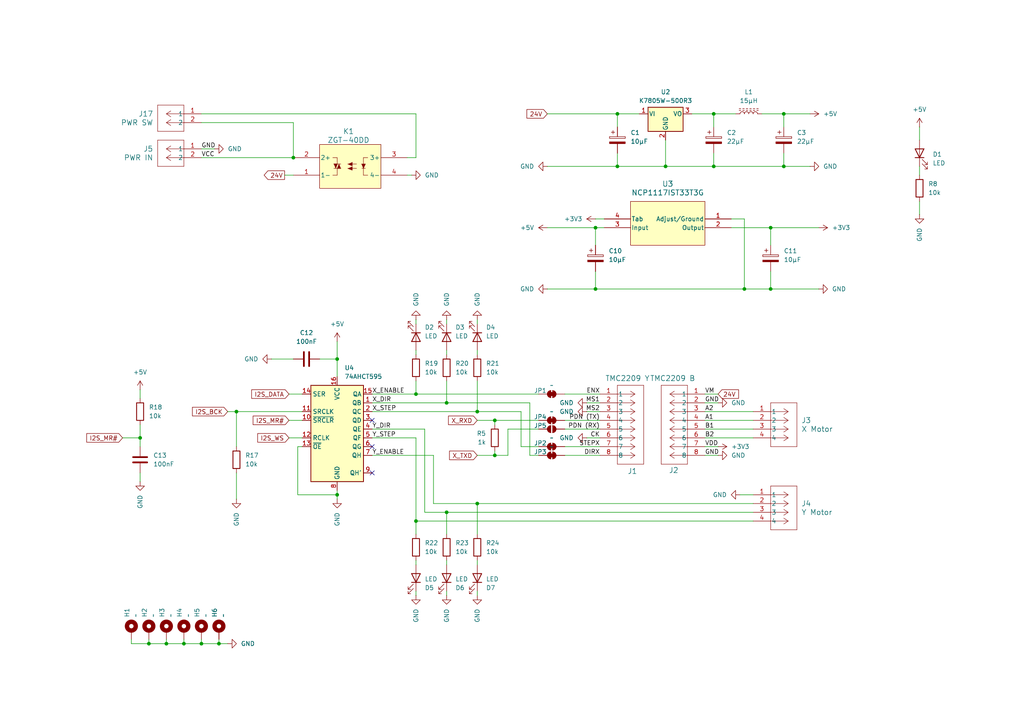
<source format=kicad_sch>
(kicad_sch (version 20250114) (generator "eeschema") (generator_version "9.0")
  (paper "A4")
  (lib_symbols
    (symbol "74xx:74AHCT595"
      (property "Reference" "U" (at -7.62 13.97 0))
      (property "Value" "74AHCT595" (at -7.62 -16.51 0))
      (symbol "74AHCT595_1_0"
        (pin input line (at -10.16 10.16 0) (length 2.54) (name "SER") (number "14"))
        (pin input line (at -10.16 5.08 0) (length 2.54) (name "SRCLK") (number "11"))
        (pin input line (at -10.16 2.54 0) (length 2.54) (name "~{SRCLR}") (number "10"))
        (pin input line (at -10.16 -2.54 0) (length 2.54) (name "RCLK") (number "12"))
        (pin input line (at -10.16 -5.08 0) (length 2.54) (name "~{OE}") (number "13"))
        (pin power_in line (at 0 15.24 270) (length 2.54) (name "VCC") (number "16"))
        (pin power_in line (at 0 -17.78 90) (length 2.54) (name "GND") (number "8"))
        (pin tri_state line (at 10.16 10.16 180) (length 2.54) (name "QA") (number "15"))
        (pin tri_state line (at 10.16 7.62 180) (length 2.54) (name "QB") (number "1"))
        (pin tri_state line (at 10.16 5.08 180) (length 2.54) (name "QC") (number "2"))
        (pin tri_state line (at 10.16 2.54 180) (length 2.54) (name "QD") (number "3"))
        (pin tri_state line (at 10.16 0 180) (length 2.54) (name "QE") (number "4"))
        (pin tri_state line (at 10.16 -2.54 180) (length 2.54) (name "QF") (number "5"))
        (pin tri_state line (at 10.16 -5.08 180) (length 2.54) (name "QG") (number "6"))
        (pin tri_state line (at 10.16 -7.62 180) (length 2.54) (name "QH") (number "7"))
        (pin output line (at 10.16 -12.7 180) (length 2.54) (name "QH'") (number "9"))
      )
    )
    (symbol "Device:C" (pin_numbers (hide yes)) (pin_names (offset 0.254))
      (property "Reference" "C" (at 0.635 2.54 0))
      (property "Value" "C" (at 0.635 -2.54 0))
      (symbol "C_1_1"
        (pin passive line (at 0 3.81 270) (length 2.794) (name "~") (number "1"))
        (pin passive line (at 0 -3.81 90) (length 2.794) (name "~") (number "2"))
      )
    )
    (symbol "Device:C_Polarized" (pin_numbers (hide yes)) (pin_names (offset 0.254))
      (property "Reference" "C" (at 0.635 2.54 0))
      (property "Value" "C_Polarized" (at 0.635 -2.54 0))
      (symbol "C_Polarized_1_1"
        (pin passive line (at 0 3.81 270) (length 2.794) (name "~") (number "1"))
        (pin passive line (at 0 -3.81 90) (length 2.794) (name "~") (number "2"))
      )
    )
    (symbol "Device:LED" (pin_numbers (hide yes)) (pin_names (offset 1.016) (hide yes))
      (property "Reference" "D" (at 0 2.54 0))
      (property "Value" "LED" (at 0 -2.54 0))
      (symbol "LED_1_1"
        (pin passive line (at -3.81 0 0) (length 2.54) (name "K") (number "1"))
        (pin passive line (at 3.81 0 180) (length 2.54) (name "A") (number "2"))
      )
    )
    (symbol "Device:L_Ferrite" (pin_numbers (hide yes)) (pin_names (offset 1.016) (hide yes))
      (property "Reference" "L" (at -1.27 0 90))
      (property "Value" "L_Ferrite" (at 2.794 0 90))
      (symbol "L_Ferrite_1_1"
        (pin passive line (at 0 3.81 270) (length 1.27) (name "1") (number "1"))
        (pin passive line (at 0 -3.81 90) (length 1.27) (name "2") (number "2"))
      )
    )
    (symbol "Device:R" (pin_numbers (hide yes)) (pin_names (offset 0))
      (property "Reference" "R" (at 2.032 0 90))
      (property "Value" "R" (at 0 0 90))
      (symbol "R_1_1"
        (pin passive line (at 0 3.81 270) (length 1.27) (name "~") (number "1"))
        (pin passive line (at 0 -3.81 90) (length 1.27) (name "~") (number "2"))
      )
    )
    (symbol "HDR-08POS:PPPC081LFBN-RC" (pin_names (offset 0.254))
      (property "Reference" "J" (at 8.89 6.35 0))
      (property "Value" "PPPC081LFBN-RC" (at 0 0 0))
      (symbol "PPPC081LFBN-RC_0_1"
        (pin unspecified line (at 0 0 0) (length 5.08) (name "1") (number "1"))
        (pin unspecified line (at 0 -2.54 0) (length 5.08) (name "2") (number "2"))
        (pin unspecified line (at 0 -5.08 0) (length 5.08) (name "3") (number "3"))
        (pin unspecified line (at 0 -7.62 0) (length 5.08) (name "4") (number "4"))
        (pin unspecified line (at 0 -10.16 0) (length 5.08) (name "5") (number "5"))
        (pin unspecified line (at 0 -12.7 0) (length 5.08) (name "6") (number "6"))
        (pin unspecified line (at 0 -15.24 0) (length 5.08) (name "7") (number "7"))
        (pin unspecified line (at 0 -17.78 0) (length 5.08) (name "8") (number "8"))
      )
    )
    (symbol "JST-XH-2A:B2B-XH-A" (pin_names (offset 0.254))
      (property "Reference" "J" (at 8.89 6.35 0))
      (property "Value" "B2B-XH-A" (at 0 0 0))
      (symbol "B2B-XH-A_1_1"
        (pin unspecified line (at 0 0 0) (length 5.08) (name "1") (number "1"))
        (pin unspecified line (at 0 -2.54 0) (length 5.08) (name "2") (number "2"))
      )
      (symbol "B2B-XH-A_1_2"
        (pin unspecified line (at 0 0 0) (length 5.08) (name "1") (number "1"))
        (pin unspecified line (at 0 -2.54 0) (length 5.08) (name "2") (number "2"))
      )
    )
    (symbol "JST-XH-4A:B4B-XH-A" (pin_names (offset 0.254))
      (property "Reference" "J" (at 8.89 6.35 0))
      (property "Value" "B4B-XH-A" (at 0 0 0))
      (symbol "B4B-XH-A_1_1"
        (pin unspecified line (at 0 0 0) (length 5.08) (name "1") (number "1"))
        (pin unspecified line (at 0 -2.54 0) (length 5.08) (name "2") (number "2"))
        (pin unspecified line (at 0 -5.08 0) (length 5.08) (name "3") (number "3"))
        (pin unspecified line (at 0 -7.62 0) (length 5.08) (name "4") (number "4"))
      )
      (symbol "B4B-XH-A_1_2"
        (pin unspecified line (at 0 0 0) (length 5.08) (name "1") (number "1"))
        (pin unspecified line (at 0 -2.54 0) (length 5.08) (name "2") (number "2"))
        (pin unspecified line (at 0 -5.08 0) (length 5.08) (name "3") (number "3"))
        (pin unspecified line (at 0 -7.62 0) (length 5.08) (name "4") (number "4"))
      )
    )
    (symbol "Jumper:SolderJumper_2_Bridged" (pin_numbers (hide yes)) (pin_names (offset 0) (hide yes)) (in_bom no)
      (property "Reference" "JP" (at 0 2.032 0))
      (property "Value" "SolderJumper_2_Bridged" (at 0 -2.54 0))
      (symbol "SolderJumper_2_Bridged_1_1"
        (pin passive line (at -3.81 0 0) (length 2.54) (name "A") (number "1"))
        (pin passive line (at 3.81 0 180) (length 2.54) (name "B") (number "2"))
      )
    )
    (symbol "Jumper:SolderJumper_2_Open" (pin_numbers (hide yes)) (pin_names (offset 0) (hide yes)) (in_bom no)
      (property "Reference" "JP" (at 0 2.032 0))
      (property "Value" "SolderJumper_2_Open" (at 0 -2.54 0))
      (symbol "SolderJumper_2_Open_1_1"
        (pin passive line (at -3.81 0 0) (length 2.54) (name "A") (number "1"))
        (pin passive line (at 3.81 0 180) (length 2.54) (name "B") (number "2"))
      )
    )
    (symbol "LED_1" (pin_numbers (hide yes)) (pin_names (offset 1.016) (hide yes))
      (property "Reference" "D" (at 0 2.54 0))
      (property "Value" "LED" (at 0 -2.54 0))
      (symbol "LED_1_1_1"
        (pin passive line (at -3.81 0 0) (length 2.54) (name "K") (number "1"))
        (pin passive line (at 3.81 0 180) (length 2.54) (name "A") (number "2"))
      )
    )
    (symbol "Mechanical:MountingHole_Pad" (pin_numbers (hide yes)) (pin_names (offset 1.016) (hide yes)) (in_bom no)
      (property "Reference" "H" (at 0 6.35 0))
      (property "Value" "MountingHole_Pad" (at 0 4.445 0))
      (symbol "MountingHole_Pad_1_1"
        (pin input line (at 0 -2.54 90) (length 2.54) (name "1") (number "1"))
      )
    )
    (symbol "NCP1117IST33T3G:NCP1117IST33T3G" (pin_names (offset 0.254))
      (property "Reference" "U" (at 18.542 10.16 0))
      (property "Value" "NCP1117IST33T3G" (at 18.542 7.62 0))
      (symbol "NCP1117IST33T3G_0_1"
        (pin unspecified line (at 0 0 0) (length 7.62) (name "Adjust/Ground") (number "1"))
        (pin output line (at 0 -2.54 0) (length 7.62) (name "Output") (number "2"))
        (pin unspecified line (at 36.83 0 180) (length 7.62) (name "Tab") (number "4"))
        (pin input line (at 36.83 -2.54 180) (length 7.62) (name "Input") (number "3"))
      )
    )
    (symbol "Regulator_Linear:LM7805_TO220" (pin_names (offset 0.254))
      (property "Reference" "U" (at -3.81 3.175 0))
      (property "Value" "LM7805_TO220" (at 0 3.175 0))
      (symbol "LM7805_TO220_1_1"
        (pin power_in line (at -7.62 0 0) (length 2.54) (name "VI") (number "1"))
        (pin power_in line (at 0 -7.62 90) (length 2.54) (name "GND") (number "2"))
        (pin power_out line (at 7.62 0 180) (length 2.54) (name "VO") (number "3"))
      )
    )
    (symbol "SSR-DCDC-40A:SSRDCDC" (pin_names (offset 0.254))
      (property "Reference" "K" (at 16.51 8.636 0))
      (property "Value" "ZGT-40DD" (at 16.256 5.842 0))
      (symbol "SSRDCDC_1_0"
        (pin unspecified line (at 0 0 0) (length 7.62) (name "2+") (number "2"))
        (pin unspecified line (at 0 -5.08 0) (length 7.62) (name "1-") (number "1"))
        (pin unspecified line (at 33.02 0 180) (length 7.62) (name "3+") (number "3"))
        (pin unspecified line (at 33.02 -5.08 180) (length 7.62) (name "4-") (number "4"))
      )
    )
    (symbol "power:GND" (power) (pin_numbers (hide yes)) (pin_names (offset 0) (hide yes))
      (property "Value" "GND" (at 0 -3.81 0))
      (symbol "GND_1_1"
        (pin power_in line (at 0 0 270) (length 0) (name "~") (number "1"))
      )
    )
    (symbol "power:VCC" (power) (pin_numbers (hide yes)) (pin_names (offset 0) (hide yes))
      (property "Value" "VCC" (at 0 3.556 0))
      (symbol "VCC_1_1"
        (pin power_in line (at 0 0 90) (length 0) (name "~") (number "1"))
      )
    )
  )
  (junction (at 97.79 104.14))
  (junction (at 138.43 146.05))
  (junction (at 227.33 48.26))
  (junction (at 223.52 83.82))
  (junction (at 43.18 186.69))
  (junction (at 63.5 186.69))
  (junction (at 97.79 143.51))
  (junction (at 138.43 119.38))
  (junction (at 207.01 48.26))
  (junction (at 179.07 33.02))
  (junction (at 68.58 119.38))
  (junction (at 172.72 66.04))
  (junction (at 40.64 127))
  (junction (at 207.01 33.02))
  (junction (at 85.09 45.72))
  (junction (at 53.34 186.69))
  (junction (at 58.42 186.69))
  (junction (at 120.65 114.3))
  (junction (at 120.65 151.13))
  (junction (at 223.52 66.04))
  (junction (at 227.33 33.02))
  (junction (at 129.54 148.59))
  (junction (at 129.54 116.84))
  (junction (at 193.04 48.26))
  (junction (at 172.72 83.82))
  (junction (at 143.51 132.08))
  (junction (at 143.51 121.92))
  (junction (at 48.26 186.69))
  (junction (at 179.07 48.26))
  (junction (at 215.9 83.82))
  (no_connect (at 107.95 137.16))
  (no_connect (at 107.95 121.92))
  (no_connect (at 107.95 129.54))
  (wire (pts (xy 125.73 146.05) (xy 138.43 146.05)))
  (wire (pts (xy 173.99 124.46) (xy 163.83 124.46)))
  (wire (pts (xy 208.28 132.08) (xy 204.47 132.08)))
  (wire (pts (xy 48.26 186.69) (xy 48.26 185.42)))
  (wire (pts (xy 58.42 186.69) (xy 58.42 185.42)))
  (wire (pts (xy 173.99 121.92) (xy 163.83 121.92)))
  (wire (pts (xy 200.66 33.02) (xy 207.01 33.02)))
  (wire (pts (xy 266.7 48.26) (xy 266.7 50.8)))
  (wire (pts (xy 118.11 50.8) (xy 119.38 50.8)))
  (wire (pts (xy 58.42 43.18) (xy 62.23 43.18)))
  (wire (pts (xy 151.13 129.54) (xy 151.13 119.38)))
  (wire (pts (xy 223.52 78.74) (xy 223.52 83.82)))
  (wire (pts (xy 97.79 99.06) (xy 97.79 104.14)))
  (wire (pts (xy 78.74 104.14) (xy 85.09 104.14)))
  (wire (pts (xy 53.34 186.69) (xy 53.34 185.42)))
  (wire (pts (xy 58.42 33.02) (xy 120.65 33.02)))
  (wire (pts (xy 68.58 119.38) (xy 87.63 119.38)))
  (wire (pts (xy 138.43 146.05) (xy 218.44 146.05)))
  (wire (pts (xy 125.73 132.08) (xy 125.73 146.05)))
  (wire (pts (xy 218.44 143.51) (xy 214.63 143.51)))
  (wire (pts (xy 120.65 114.3) (xy 156.21 114.3)))
  (wire (pts (xy 129.54 148.59) (xy 218.44 148.59)))
  (wire (pts (xy 156.21 121.92) (xy 143.51 121.92)))
  (wire (pts (xy 218.44 121.92) (xy 204.47 121.92)))
  (wire (pts (xy 120.65 127) (xy 120.65 151.13)))
  (wire (pts (xy 172.72 66.04) (xy 172.72 71.12)))
  (wire (pts (xy 153.67 116.84) (xy 129.54 116.84)))
  (wire (pts (xy 173.99 132.08) (xy 163.83 132.08)))
  (wire (pts (xy 179.07 33.02) (xy 179.07 36.83)))
  (wire (pts (xy 120.65 45.72) (xy 118.11 45.72)))
  (wire (pts (xy 120.65 162.56) (xy 120.65 163.83)))
  (wire (pts (xy 123.19 148.59) (xy 129.54 148.59)))
  (wire (pts (xy 138.43 110.49) (xy 138.43 119.38)))
  (wire (pts (xy 223.52 66.04) (xy 223.52 71.12)))
  (wire (pts (xy 107.95 124.46) (xy 123.19 124.46)))
  (wire (pts (xy 143.51 132.08) (xy 143.51 130.81)))
  (wire (pts (xy 172.72 63.5) (xy 175.26 63.5)))
  (wire (pts (xy 173.99 119.38) (xy 170.18 119.38)))
  (wire (pts (xy 38.1 186.69) (xy 43.18 186.69)))
  (wire (pts (xy 40.64 137.16) (xy 40.64 139.7)))
  (wire (pts (xy 138.43 121.92) (xy 143.51 121.92)))
  (wire (pts (xy 107.95 114.3) (xy 120.65 114.3)))
  (wire (pts (xy 83.82 127) (xy 87.63 127)))
  (wire (pts (xy 223.52 83.82) (xy 237.49 83.82)))
  (wire (pts (xy 173.99 116.84) (xy 170.18 116.84)))
  (wire (pts (xy 138.43 146.05) (xy 138.43 154.94)))
  (wire (pts (xy 218.44 119.38) (xy 204.47 119.38)))
  (wire (pts (xy 147.32 124.46) (xy 147.32 132.08)))
  (wire (pts (xy 68.58 119.38) (xy 68.58 129.54)))
  (wire (pts (xy 212.09 63.5) (xy 215.9 63.5)))
  (wire (pts (xy 172.72 78.74) (xy 172.72 83.82)))
  (wire (pts (xy 48.26 186.69) (xy 53.34 186.69)))
  (wire (pts (xy 120.65 151.13) (xy 120.65 154.94)))
  (wire (pts (xy 143.51 121.92) (xy 143.51 123.19)))
  (wire (pts (xy 173.99 127) (xy 170.18 127)))
  (wire (pts (xy 208.28 116.84) (xy 204.47 116.84)))
  (wire (pts (xy 227.33 33.02) (xy 234.95 33.02)))
  (wire (pts (xy 123.19 124.46) (xy 123.19 148.59)))
  (wire (pts (xy 129.54 101.6) (xy 129.54 102.87)))
  (wire (pts (xy 86.36 143.51) (xy 97.79 143.51)))
  (wire (pts (xy 68.58 137.16) (xy 68.58 144.78)))
  (wire (pts (xy 85.09 45.72) (xy 85.09 35.56)))
  (wire (pts (xy 193.04 48.26) (xy 207.01 48.26)))
  (wire (pts (xy 120.65 151.13) (xy 218.44 151.13)))
  (wire (pts (xy 138.43 92.71) (xy 138.43 93.98)))
  (wire (pts (xy 35.56 127) (xy 40.64 127)))
  (wire (pts (xy 40.64 127) (xy 40.64 129.54)))
  (wire (pts (xy 120.65 171.45) (xy 120.65 172.72)))
  (wire (pts (xy 83.82 121.92) (xy 87.63 121.92)))
  (wire (pts (xy 86.36 129.54) (xy 86.36 143.51)))
  (wire (pts (xy 97.79 104.14) (xy 97.79 109.22)))
  (wire (pts (xy 158.75 33.02) (xy 179.07 33.02)))
  (wire (pts (xy 156.21 132.08) (xy 153.67 132.08)))
  (wire (pts (xy 58.42 45.72) (xy 85.09 45.72)))
  (wire (pts (xy 92.71 104.14) (xy 97.79 104.14)))
  (wire (pts (xy 147.32 132.08) (xy 143.51 132.08)))
  (wire (pts (xy 129.54 116.84) (xy 107.95 116.84)))
  (wire (pts (xy 172.72 66.04) (xy 175.26 66.04)))
  (wire (pts (xy 120.65 33.02) (xy 120.65 45.72)))
  (wire (pts (xy 87.63 129.54) (xy 86.36 129.54)))
  (wire (pts (xy 156.21 129.54) (xy 151.13 129.54)))
  (wire (pts (xy 66.04 119.38) (xy 68.58 119.38)))
  (wire (pts (xy 266.7 36.83) (xy 266.7 40.64)))
  (wire (pts (xy 158.75 66.04) (xy 172.72 66.04)))
  (wire (pts (xy 58.42 35.56) (xy 85.09 35.56)))
  (wire (pts (xy 158.75 48.26) (xy 179.07 48.26)))
  (wire (pts (xy 179.07 33.02) (xy 185.42 33.02)))
  (wire (pts (xy 58.42 186.69) (xy 63.5 186.69)))
  (wire (pts (xy 179.07 44.45) (xy 179.07 48.26)))
  (wire (pts (xy 173.99 114.3) (xy 163.83 114.3)))
  (wire (pts (xy 107.95 127) (xy 120.65 127)))
  (wire (pts (xy 212.09 66.04) (xy 223.52 66.04)))
  (wire (pts (xy 129.54 162.56) (xy 129.54 163.83)))
  (wire (pts (xy 38.1 185.42) (xy 38.1 186.69)))
  (wire (pts (xy 107.95 119.38) (xy 138.43 119.38)))
  (wire (pts (xy 129.54 171.45) (xy 129.54 172.72)))
  (wire (pts (xy 120.65 110.49) (xy 120.65 114.3)))
  (wire (pts (xy 153.67 132.08) (xy 153.67 116.84)))
  (wire (pts (xy 138.43 162.56) (xy 138.43 163.83)))
  (wire (pts (xy 63.5 186.69) (xy 66.04 186.69)))
  (wire (pts (xy 107.95 132.08) (xy 125.73 132.08)))
  (wire (pts (xy 83.82 114.3) (xy 87.63 114.3)))
  (wire (pts (xy 207.01 48.26) (xy 227.33 48.26)))
  (wire (pts (xy 43.18 186.69) (xy 48.26 186.69)))
  (wire (pts (xy 215.9 83.82) (xy 223.52 83.82)))
  (wire (pts (xy 97.79 143.51) (xy 97.79 142.24)))
  (wire (pts (xy 220.98 33.02) (xy 227.33 33.02)))
  (wire (pts (xy 207.01 33.02) (xy 213.36 33.02)))
  (wire (pts (xy 227.33 33.02) (xy 227.33 36.83)))
  (wire (pts (xy 227.33 48.26) (xy 234.95 48.26)))
  (wire (pts (xy 138.43 171.45) (xy 138.43 172.72)))
  (wire (pts (xy 179.07 48.26) (xy 193.04 48.26)))
  (wire (pts (xy 143.51 132.08) (xy 138.43 132.08)))
  (wire (pts (xy 158.75 83.82) (xy 172.72 83.82)))
  (wire (pts (xy 129.54 92.71) (xy 129.54 93.98)))
  (wire (pts (xy 193.04 40.64) (xy 193.04 48.26)))
  (wire (pts (xy 138.43 119.38) (xy 151.13 119.38)))
  (wire (pts (xy 215.9 63.5) (xy 215.9 83.82)))
  (wire (pts (xy 266.7 58.42) (xy 266.7 62.23)))
  (wire (pts (xy 97.79 144.78) (xy 97.79 143.51)))
  (wire (pts (xy 208.28 129.54) (xy 204.47 129.54)))
  (wire (pts (xy 218.44 127) (xy 204.47 127)))
  (wire (pts (xy 40.64 123.19) (xy 40.64 127)))
  (wire (pts (xy 208.28 114.3) (xy 204.47 114.3)))
  (wire (pts (xy 227.33 44.45) (xy 227.33 48.26)))
  (wire (pts (xy 223.52 66.04) (xy 237.49 66.04)))
  (wire (pts (xy 218.44 124.46) (xy 204.47 124.46)))
  (wire (pts (xy 120.65 101.6) (xy 120.65 102.87)))
  (wire (pts (xy 129.54 148.59) (xy 129.54 154.94)))
  (wire (pts (xy 63.5 186.69) (xy 63.5 185.42)))
  (wire (pts (xy 207.01 44.45) (xy 207.01 48.26)))
  (wire (pts (xy 53.34 186.69) (xy 58.42 186.69)))
  (wire (pts (xy 40.64 113.03) (xy 40.64 115.57)))
  (wire (pts (xy 82.55 50.8) (xy 85.09 50.8)))
  (wire (pts (xy 173.99 129.54) (xy 163.83 129.54)))
  (wire (pts (xy 156.21 124.46) (xy 147.32 124.46)))
  (wire (pts (xy 43.18 186.69) (xy 43.18 185.42)))
  (wire (pts (xy 138.43 101.6) (xy 138.43 102.87)))
  (wire (pts (xy 172.72 83.82) (xy 215.9 83.82)))
  (wire (pts (xy 207.01 33.02) (xy 207.01 36.83)))
  (wire (pts (xy 120.65 92.71) (xy 120.65 93.98)))
  (wire (pts (xy 129.54 110.49) (xy 129.54 116.84)))
  (label "CK" (at 173.99 127 180))
  (label "Y_DIR" (at 107.95 124.46 0))
  (label "A2" (at 204.47 119.38 0))
  (label "GND" (at 58.42 43.18 0))
  (label "X_DIR" (at 107.95 116.84 0))
  (label "X_ENABLE" (at 107.95 114.3 0))
  (label "MS2" (at 173.99 119.38 180))
  (label "VM" (at 204.47 114.3 0))
  (label "B1" (at 204.47 124.46 0))
  (label "VDD" (at 204.47 129.54 0))
  (label "Y_STEP" (at 107.95 127 0))
  (label "GND" (at 204.47 116.84 0))
  (label "STEPX" (at 173.99 129.54 180))
  (label "VCC" (at 58.42 45.72 0))
  (label "X_STEP" (at 107.95 119.38 0))
  (label "A1" (at 204.47 121.92 0))
  (label "GND" (at 204.47 132.08 0))
  (label "ENX" (at 173.99 114.3 180))
  (label "PDN (TX)" (at 173.99 121.92 180))
  (label "B2" (at 204.47 127 0))
  (label "Y_ENABLE" (at 107.95 132.08 0))
  (label "DIRX" (at 173.99 132.08 180))
  (label "MS1" (at 173.99 116.84 180))
  (label "PDN (RX)" (at 173.99 124.46 180))
  (global_label "I2S_DATA" (shape input) (at 83.82 114.3 180) (property "Intersheetrefs" "${INTERSHEET_REFS}" (effects (hide yes))))
  (global_label "I2S_WS" (shape input) (at 83.82 127 180) (property "Intersheetrefs" "${INTERSHEET_REFS}" (effects (hide yes))))
  (global_label "I2S_MR#" (shape input) (at 83.82 121.92 180) (property "Intersheetrefs" "${INTERSHEET_REFS}" (effects (hide yes))))
  (global_label "24V" (shape input) (at 208.28 114.3 0) (property "Intersheetrefs" "${INTERSHEET_REFS}" (effects (hide yes))))
  (global_label "X_RXD" (shape input) (at 138.43 121.92 180) (property "Intersheetrefs" "${INTERSHEET_REFS}" (effects (hide yes))))
  (global_label "X_TXD" (shape input) (at 138.43 132.08 180) (property "Intersheetrefs" "${INTERSHEET_REFS}" (effects (hide yes))))
  (global_label "24V" (shape input) (at 158.75 33.02 180) (property "Intersheetrefs" "${INTERSHEET_REFS}" (effects (hide yes))))
  (global_label "I2S_BCK" (shape input) (at 66.04 119.38 180) (property "Intersheetrefs" "${INTERSHEET_REFS}" (effects (hide yes))))
  (global_label "24V" (shape output) (at 82.55 50.8 180) (property "Intersheetrefs" "${INTERSHEET_REFS}" (effects (hide yes))))
  (global_label "I2S_MR#" (shape input) (at 35.56 127 180) (property "Intersheetrefs" "${INTERSHEET_REFS}" (effects (hide yes))))
  (symbol (lib_name "LED_1") (lib_id "Device:LED") (at 138.43 97.79 270) (unit 1)
    (property "Reference" "D4" (at 140.97 94.9324 90) (effects (justify left)))
    (property "Value" "LED" (at 140.97 97.4724 90) (effects (justify left)))
    (property "Footprint" "LED_SMD:LED_0603_1608Metric" (effects (hide yes)))
    (property "Description" "Light emitting diode" (effects (hide yes)))
    (property "Sim.Pins" "1=K 2=A" (effects (hide yes)))
  )
  (symbol (lib_id "power:VCC") (at 237.49 66.04 270) (unit 1)
    (property "Reference" "#PWR038" (effects (hide yes)))
    (property "Value" "+3V3" (at 241.3 66.0399 90) (effects (justify left)))
    (property "Description" "Power symbol creates a global label with name \"VCC\"" (effects (hide yes)))
  )
  (symbol (lib_id "power:VCC") (at 40.64 113.03 0) (unit 1)
    (property "Reference" "#PWR045" (effects (hide yes)))
    (property "Value" "+5V" (at 40.64 107.95 0))
    (property "Description" "Power symbol creates a global label with name \"VCC\"" (effects (hide yes)))
  )
  (symbol (lib_id "power:GND") (at 68.58 144.78 0) (mirror y) (unit 1)
    (property "Reference" "#PWR043" (effects (hide yes)))
    (property "Value" "GND" (at 68.5801 148.59 90) (effects (justify right)))
    (property "Description" "Power symbol creates a global label with name \"GND\" , ground" (effects (hide yes)))
  )
  (symbol (lib_name "LED_1") (lib_id "Device:LED") (at 120.65 167.64 270) (mirror x) (unit 1)
    (property "Reference" "D5" (at 123.19 170.4976 90) (effects (justify left)))
    (property "Value" "LED" (at 123.19 167.9576 90) (effects (justify left)))
    (property "Footprint" "LED_SMD:LED_0603_1608Metric" (effects (hide yes)))
    (property "Description" "Light emitting diode" (effects (hide yes)))
    (property "Sim.Pins" "1=K 2=A" (effects (hide yes)))
  )
  (symbol (lib_id "power:GND") (at 120.65 172.72 0) (mirror y) (unit 1)
    (property "Reference" "#PWR054" (effects (hide yes)))
    (property "Value" "GND" (at 120.6501 176.53 90) (effects (justify right)))
    (property "Description" "Power symbol creates a global label with name \"GND\" , ground" (effects (hide yes)))
  )
  (symbol (lib_id "HDR-08POS:PPPC081LFBN-RC") (at 173.99 114.3 0) (unit 1)
    (property "Reference" "J1" (at 181.991 136.652 0) (effects (font (size 1.524 1.524)) (justify left)))
    (property "Value" "TMC2209 Y" (at 175.514 109.728 0) (effects (font (size 1.524 1.524)) (justify left)))
    (property "Footprint" "HDR-08POS:CONN8_LFBN-RC_SUL" (effects (hide yes)))
    (property "Datasheet" "PPPC081LFBN-RC" (effects (hide yes)))
  )
  (symbol (lib_id "power:VCC") (at 208.28 129.54 270) (unit 1)
    (property "Reference" "#PWR039" (effects (hide yes)))
    (property "Value" "+3V3" (at 212.09 129.5399 90) (effects (justify left)))
    (property "Description" "Power symbol creates a global label with name \"VCC\"" (effects (hide yes)))
  )
  (symbol (lib_id "power:GND") (at 138.43 172.72 0) (mirror y) (unit 1)
    (property "Reference" "#PWR056" (effects (hide yes)))
    (property "Value" "GND" (at 138.4301 176.53 90) (effects (justify right)))
    (property "Description" "Power symbol creates a global label with name \"GND\" , ground" (effects (hide yes)))
  )
  (symbol (lib_id "power:GND") (at 214.63 143.51 270) (mirror x) (unit 1)
    (property "Reference" "#PWR06" (effects (hide yes)))
    (property "Value" "GND" (at 210.82 143.5099 90) (effects (justify right)))
    (property "Description" "Power symbol creates a global label with name \"GND\" , ground" (effects (hide yes)))
  )
  (symbol (lib_id "JST-XH-2A:B2B-XH-A") (at 58.42 33.02 0) (mirror y) (unit 1)
    (property "Reference" "J17" (at 44.45 33.0199 0) (effects (font (size 1.524 1.524)) (justify left)))
    (property "Value" "PWR SW" (at 44.45 35.5599 0) (effects (font (size 1.524 1.524)) (justify left)))
    (property "Footprint" "JST-XH-2A:CONN_B2B-XH-A_JST" (effects (hide yes)))
    (property "Datasheet" "B2B-XH-A" (effects (hide yes)))
  )
  (symbol (lib_id "power:GND") (at 170.18 119.38 270) (mirror x) (unit 1)
    (property "Reference" "#PWR013" (effects (hide yes)))
    (property "Value" "GND" (at 166.37 119.3799 90) (effects (justify right)))
    (property "Description" "Power symbol creates a global label with name \"GND\" , ground" (effects (hide yes)))
  )
  (symbol (lib_id "power:GND") (at 158.75 83.82 270) (unit 1)
    (property "Reference" "#PWR036" (effects (hide yes)))
    (property "Value" "GND" (at 154.94 83.8199 90) (effects (justify right)))
    (property "Description" "Power symbol creates a global label with name \"GND\" , ground" (effects (hide yes)))
  )
  (symbol (lib_id "Device:C_Polarized") (at 172.72 74.93 0) (unit 1)
    (property "Reference" "C10" (at 176.53 72.7709 0) (effects (justify left)))
    (property "Value" "10μF" (at 176.53 75.3109 0) (effects (justify left)))
    (property "Footprint" "Capacitor_Tantalum_SMD:CP_EIA-6032-28_Kemet-C_Pad2.25x2.35mm_HandSolder" (effects (hide yes)))
    (property "Datasheet" "https://www.digikey.com/en/products/detail/kyocera-avx/TAJB106K020RNJ/563780" (effects (hide yes)))
    (property "Description" "Polarized capacitor" (effects (hide yes)))
  )
  (symbol (lib_id "Device:L_Ferrite") (at 217.17 33.02 90) (unit 1)
    (property "Reference" "L1" (at 217.17 26.67 90))
    (property "Value" "15μH" (at 217.17 29.21 90))
    (property "Footprint" "Inductor_SMD:L_SXN_SMDRI74" (effects (hide yes)))
    (property "Datasheet" "https://www.rcscomponents.kiev.ua/product/cdrh74np-150mc-15uh-20-idc-1-47a-rdc-max-typ-81-62-mohm-smd-7-5x7-5mm-h-4-5mm-sumida-drosel-sylovyi_41303.html" (effects (hide yes)))
    (property "Description" "Inductor with ferrite core" (effects (hide yes)))
  )
  (symbol (lib_id "power:GND") (at 78.74 104.14 270) (unit 1)
    (property "Reference" "#PWR042" (effects (hide yes)))
    (property "Value" "GND" (at 74.93 104.1399 90) (effects (justify right)))
    (property "Description" "Power symbol creates a global label with name \"GND\" , ground" (effects (hide yes)))
  )
  (symbol (lib_id "Device:C_Polarized") (at 207.01 40.64 0) (unit 1)
    (property "Reference" "C2" (at 210.82 38.4809 0) (effects (justify left)))
    (property "Value" "22μF" (at 210.82 41.0209 0) (effects (justify left)))
    (property "Footprint" "Capacitor_Tantalum_SMD:CP_EIA-3528-21_Kemet-B_Pad1.50x2.35mm_HandSolder" (effects (hide yes)))
    (property "Datasheet" "https://www.rcscomponents.kiev.ua/product/22uf-16v-size-b-10-tajb226k016rnj-avx-kondensator-tantalovyi-smd_31436.html" (effects (hide yes)))
    (property "Description" "Polarized capacitor" (effects (hide yes)))
  )
  (symbol (lib_id "power:GND") (at 234.95 48.26 90) (mirror x) (unit 1)
    (property "Reference" "#PWR021" (effects (hide yes)))
    (property "Value" "GND" (at 238.76 48.2599 90) (effects (justify right)))
    (property "Description" "Power symbol creates a global label with name \"GND\" , ground" (effects (hide yes)))
  )
  (symbol (lib_id "power:GND") (at 266.7 62.23 0) (mirror y) (unit 1)
    (property "Reference" "#PWR027" (effects (hide yes)))
    (property "Value" "GND" (at 266.7001 66.04 90) (effects (justify right)))
    (property "Description" "Power symbol creates a global label with name \"GND\" , ground" (effects (hide yes)))
  )
  (symbol (lib_id "Mechanical:MountingHole_Pad") (at 58.42 182.88 0) (unit 1) (in_bom no)
    (property "Reference" "H5" (at 57.1499 179.07 90) (effects (justify left)))
    (property "Value" "~" (at 59.6899 179.07 90) (effects (justify left)))
    (property "Description" "Mounting Hole with connection" (effects (hide yes)))
  )
  (symbol (lib_id "JST-XH-4A:B4B-XH-A") (at 218.44 119.38 0) (unit 1)
    (property "Reference" "J3" (at 232.41 121.9199 0) (effects (font (size 1.524 1.524)) (justify left)))
    (property "Value" "X Motor" (at 232.41 124.4599 0) (effects (font (size 1.524 1.524)) (justify left)))
    (property "Footprint" "JST-XH-4A:CONN_B4B-XH-A_JST" (effects (hide yes)))
    (property "Datasheet" "B4B-XH-A" (effects (hide yes)))
  )
  (symbol (lib_id "Device:R") (at 129.54 106.68 180) (unit 1)
    (property "Reference" "R20" (at 132.08 105.4099 0) (effects (justify right)))
    (property "Value" "10k" (at 132.08 107.9499 0) (effects (justify right)))
    (property "Footprint" "Resistor_SMD:R_0805_2012Metric_Pad1.20x1.40mm_HandSolder" (effects (hide yes)))
    (property "Description" "Resistor" (effects (hide yes)))
  )
  (symbol (lib_id "power:GND") (at 129.54 92.71 180) (unit 1)
    (property "Reference" "#PWR058" (effects (hide yes)))
    (property "Value" "GND" (at 129.5401 88.9 90) (effects (justify right)))
    (property "Description" "Power symbol creates a global label with name \"GND\" , ground" (effects (hide yes)))
  )
  (symbol (lib_id "Jumper:SolderJumper_2_Open") (at 160.02 124.46 0) (mirror y) (unit 1) (in_bom no)
    (property "Reference" "JP5" (at 156.718 123.444 0))
    (property "Footprint" "Jumper:SolderJumper-2_P1.3mm_Open_RoundedPad1.0x1.5mm" (effects (hide yes)))
    (property "Description" "Solder Jumper, 2-pole, open" (effects (hide yes)))
  )
  (symbol (lib_id "Device:R") (at 143.51 127 0) (mirror y) (unit 1)
    (property "Reference" "R5" (at 140.97 125.7299 0) (effects (justify left)))
    (property "Value" "1k" (at 140.97 128.2699 0) (effects (justify left)))
    (property "Footprint" "Resistor_SMD:R_0805_2012Metric_Pad1.20x1.40mm_HandSolder" (effects (hide yes)))
    (property "Description" "Resistor" (effects (hide yes)))
  )
  (symbol (lib_id "Jumper:SolderJumper_2_Bridged") (at 160.02 132.08 0) (mirror y) (unit 1) (in_bom no)
    (property "Reference" "JP3" (at 156.718 131.064 0))
    (property "Value" "~" (at 160.02 129.54 0))
    (property "Footprint" "Jumper:SolderJumper-2_P1.3mm_Bridged_RoundedPad1.0x1.5mm" (effects (hide yes)))
    (property "Description" "Solder Jumper, 2-pole, closed/bridged" (effects (hide yes)))
  )
  (symbol (lib_id "power:GND") (at 40.64 139.7 0) (mirror y) (unit 1)
    (property "Reference" "#PWR044" (effects (hide yes)))
    (property "Value" "GND" (at 40.6401 143.51 90) (effects (justify right)))
    (property "Description" "Power symbol creates a global label with name \"GND\" , ground" (effects (hide yes)))
  )
  (symbol (lib_id "power:GND") (at 208.28 132.08 90) (unit 1)
    (property "Reference" "#PWR016" (effects (hide yes)))
    (property "Value" "GND" (at 212.09 132.0799 90) (effects (justify right)))
    (property "Description" "Power symbol creates a global label with name \"GND\" , ground" (effects (hide yes)))
  )
  (symbol (lib_id "Device:C_Polarized") (at 227.33 40.64 0) (unit 1)
    (property "Reference" "C3" (at 231.14 38.4809 0) (effects (justify left)))
    (property "Value" "22μF" (at 231.14 41.0209 0) (effects (justify left)))
    (property "Footprint" "Capacitor_Tantalum_SMD:CP_EIA-3528-21_Kemet-B_Pad1.50x2.35mm_HandSolder" (effects (hide yes)))
    (property "Datasheet" "https://www.rcscomponents.kiev.ua/product/22uf-16v-size-b-10-tajb226k016rnj-avx-kondensator-tantalovyi-smd_31436.html" (effects (hide yes)))
    (property "Description" "Polarized capacitor" (effects (hide yes)))
  )
  (symbol (lib_id "Device:C_Polarized") (at 179.07 40.64 0) (unit 1)
    (property "Reference" "C1" (at 182.88 38.4809 0) (effects (justify left)))
    (property "Value" "10μF" (at 182.88 41.0209 0) (effects (justify left)))
    (property "Footprint" "Capacitor_Tantalum_SMD:CP_EIA-6032-28_Kemet-C_Pad2.25x2.35mm_HandSolder" (effects (hide yes)))
    (property "Datasheet" "https://www.digikey.com/en/products/detail/kyocera-avx/TAJB106K020RNJ/563780" (effects (hide yes)))
    (property "Description" "Polarized capacitor" (effects (hide yes)))
  )
  (symbol (lib_id "Device:R") (at 40.64 119.38 180) (unit 1)
    (property "Reference" "R18" (at 43.18 118.1099 0) (effects (justify right)))
    (property "Value" "10k" (at 43.18 120.6499 0) (effects (justify right)))
    (property "Footprint" "Resistor_SMD:R_0805_2012Metric_Pad1.20x1.40mm_HandSolder" (effects (hide yes)))
    (property "Description" "Resistor" (effects (hide yes)))
  )
  (symbol (lib_id "power:GND") (at 66.04 186.69 90) (mirror x) (unit 1)
    (property "Reference" "#PWR034" (effects (hide yes)))
    (property "Value" "GND" (at 69.85 186.6899 90) (effects (justify right)))
    (property "Description" "Power symbol creates a global label with name \"GND\" , ground" (effects (hide yes)))
  )
  (symbol (lib_id "Device:C") (at 88.9 104.14 270) (unit 1)
    (property "Reference" "C12" (at 88.9 96.52 90))
    (property "Value" "100nF" (at 88.9 99.06 90))
    (property "Footprint" "Capacitor_SMD:C_0805_2012Metric_Pad1.18x1.45mm_HandSolder" (effects (hide yes)))
    (property "Description" "Unpolarized capacitor" (effects (hide yes)))
  )
  (symbol (lib_id "Mechanical:MountingHole_Pad") (at 38.1 182.88 0) (unit 1) (in_bom no)
    (property "Reference" "H1" (at 36.8299 179.07 90) (effects (justify left)))
    (property "Value" "~" (at 39.3699 179.07 90) (effects (justify left)))
    (property "Description" "Mounting Hole with connection" (effects (hide yes)))
  )
  (symbol (lib_name "LED_1") (lib_id "Device:LED") (at 120.65 97.79 270) (unit 1)
    (property "Reference" "D2" (at 123.19 94.9324 90) (effects (justify left)))
    (property "Value" "LED" (at 123.19 97.4724 90) (effects (justify left)))
    (property "Footprint" "LED_SMD:LED_0603_1608Metric" (effects (hide yes)))
    (property "Description" "Light emitting diode" (effects (hide yes)))
    (property "Sim.Pins" "1=K 2=A" (effects (hide yes)))
  )
  (symbol (lib_id "power:VCC") (at 172.72 63.5 90) (mirror x) (unit 1)
    (property "Reference" "#PWR066" (effects (hide yes)))
    (property "Value" "+3V3" (at 168.91 63.4999 90) (effects (justify left)))
    (property "Description" "Power symbol creates a global label with name \"VCC\"" (effects (hide yes)))
  )
  (symbol (lib_id "power:GND") (at 208.28 116.84 90) (unit 1)
    (property "Reference" "#PWR015" (effects (hide yes)))
    (property "Value" "GND" (at 212.09 116.8399 90) (effects (justify right)))
    (property "Description" "Power symbol creates a global label with name \"GND\" , ground" (effects (hide yes)))
  )
  (symbol (lib_id "Regulator_Linear:LM7805_TO220") (at 193.04 33.02 0) (unit 1)
    (property "Reference" "U2" (at 193.04 26.67 0))
    (property "Value" "K7805W-500R3" (at 193.04 29.21 0))
    (property "Footprint" "Package_TO_SOT_THT:TO-220-3_Vertical" (effects (hide yes)))
    (property "Datasheet" "https://www.rcscomponents.kiev.ua/product/blok-zhyvlennia-dc-dc-2-5w-mornsun-k7805w-500r3_194870.html" (effects (hide yes)))
    (property "Description" "Positive 1A 35V Linear Regulator, Fixed Output 5V, TO-220" (effects (hide yes)))
  )
  (symbol (lib_id "power:GND") (at 237.49 83.82 90) (mirror x) (unit 1)
    (property "Reference" "#PWR037" (effects (hide yes)))
    (property "Value" "GND" (at 241.3 83.8199 90) (effects (justify right)))
    (property "Description" "Power symbol creates a global label with name \"GND\" , ground" (effects (hide yes)))
  )
  (symbol (lib_id "power:GND") (at 170.18 127 270) (mirror x) (unit 1)
    (property "Reference" "#PWR012" (effects (hide yes)))
    (property "Value" "GND" (at 166.37 126.9999 90) (effects (justify right)))
    (property "Description" "Power symbol creates a global label with name \"GND\" , ground" (effects (hide yes)))
  )
  (symbol (lib_name "LED_1") (lib_id "Device:LED") (at 138.43 167.64 270) (mirror x) (unit 1)
    (property "Reference" "D7" (at 140.97 170.4976 90) (effects (justify left)))
    (property "Value" "LED" (at 140.97 167.9576 90) (effects (justify left)))
    (property "Footprint" "LED_SMD:LED_0603_1608Metric" (effects (hide yes)))
    (property "Description" "Light emitting diode" (effects (hide yes)))
    (property "Sim.Pins" "1=K 2=A" (effects (hide yes)))
  )
  (symbol (lib_id "Device:R") (at 138.43 106.68 180) (unit 1)
    (property "Reference" "R21" (at 140.97 105.4099 0) (effects (justify right)))
    (property "Value" "10k" (at 140.97 107.9499 0) (effects (justify right)))
    (property "Footprint" "Resistor_SMD:R_0805_2012Metric_Pad1.20x1.40mm_HandSolder" (effects (hide yes)))
    (property "Description" "Resistor" (effects (hide yes)))
  )
  (symbol (lib_id "Device:C") (at 40.64 133.35 180) (unit 1)
    (property "Reference" "C13" (at 44.45 132.0799 0) (effects (justify right)))
    (property "Value" "100nF" (at 44.45 134.6199 0) (effects (justify right)))
    (property "Footprint" "Capacitor_SMD:C_0805_2012Metric_Pad1.18x1.45mm_HandSolder" (effects (hide yes)))
    (property "Description" "Unpolarized capacitor" (effects (hide yes)))
  )
  (symbol (lib_id "power:VCC") (at 234.95 33.02 270) (unit 1)
    (property "Reference" "#PWR020" (effects (hide yes)))
    (property "Value" "+5V" (at 238.76 33.0199 90) (effects (justify left)))
    (property "Description" "Power symbol creates a global label with name \"VCC\"" (effects (hide yes)))
  )
  (symbol (lib_id "Device:R") (at 120.65 158.75 180) (unit 1)
    (property "Reference" "R22" (at 123.19 157.4799 0) (effects (justify right)))
    (property "Value" "10k" (at 123.19 160.0199 0) (effects (justify right)))
    (property "Footprint" "Resistor_SMD:R_0805_2012Metric_Pad1.20x1.40mm_HandSolder" (effects (hide yes)))
    (property "Description" "Resistor" (effects (hide yes)))
  )
  (symbol (lib_id "power:GND") (at 158.75 48.26 270) (unit 1)
    (property "Reference" "#PWR019" (effects (hide yes)))
    (property "Value" "GND" (at 154.94 48.2599 90) (effects (justify right)))
    (property "Description" "Power symbol creates a global label with name \"GND\" , ground" (effects (hide yes)))
  )
  (symbol (lib_id "HDR-08POS:PPPC081LFBN-RC") (at 204.47 114.3 0) (mirror y) (unit 1)
    (property "Reference" "J2" (at 196.85 136.398 0) (effects (font (size 1.524 1.524)) (justify left)))
    (property "Value" "TMC2209 B" (at 201.676 109.728 0) (effects (font (size 1.524 1.524)) (justify left)))
    (property "Footprint" "HDR-08POS:CONN8_LFBN-RC_SUL" (effects (hide yes)))
    (property "Datasheet" "PPPC081LFBN-RC" (effects (hide yes)))
  )
  (symbol (lib_id "Mechanical:MountingHole_Pad") (at 48.26 182.88 0) (unit 1) (in_bom no)
    (property "Reference" "H3" (at 46.9899 179.07 90) (effects (justify left)))
    (property "Value" "~" (at 49.5299 179.07 90) (effects (justify left)))
    (property "Description" "Mounting Hole with connection" (effects (hide yes)))
  )
  (symbol (lib_id "power:VCC") (at 97.79 99.06 0) (unit 1)
    (property "Reference" "#PWR041" (effects (hide yes)))
    (property "Value" "+5V" (at 97.79 93.98 0))
    (property "Description" "Power symbol creates a global label with name \"VCC\"" (effects (hide yes)))
  )
  (symbol (lib_id "power:VCC") (at 266.7 36.83 0) (unit 1)
    (property "Reference" "#PWR028" (effects (hide yes)))
    (property "Value" "+5V" (at 266.7 31.75 0))
    (property "Description" "Power symbol creates a global label with name \"VCC\"" (effects (hide yes)))
  )
  (symbol (lib_id "Jumper:SolderJumper_2_Bridged") (at 160.02 114.3 0) (mirror y) (unit 1) (in_bom no)
    (property "Reference" "JP1" (at 156.718 113.284 0))
    (property "Value" "~" (at 160.02 111.76 0))
    (property "Footprint" "Jumper:SolderJumper-2_P1.3mm_Bridged_RoundedPad1.0x1.5mm" (effects (hide yes)))
    (property "Description" "Solder Jumper, 2-pole, closed/bridged" (effects (hide yes)))
  )
  (symbol (lib_id "Jumper:SolderJumper_2_Bridged") (at 160.02 121.92 0) (mirror y) (unit 1) (in_bom no)
    (property "Reference" "JP4" (at 156.718 120.904 0))
    (property "Value" "~" (at 160.02 119.38 0))
    (property "Footprint" "Jumper:SolderJumper-2_P1.3mm_Bridged_RoundedPad1.0x1.5mm" (effects (hide yes)))
    (property "Description" "Solder Jumper, 2-pole, closed/bridged" (effects (hide yes)))
  )
  (symbol (lib_id "JST-XH-4A:B4B-XH-A") (at 218.44 143.51 0) (unit 1)
    (property "Reference" "J4" (at 232.41 146.0499 0) (effects (font (size 1.524 1.524)) (justify left)))
    (property "Value" "Y Motor" (at 232.41 148.5899 0) (effects (font (size 1.524 1.524)) (justify left)))
    (property "Footprint" "JST-XH-4A:CONN_B4B-XH-A_JST" (effects (hide yes)))
    (property "Datasheet" "B4B-XH-A" (effects (hide yes)))
  )
  (symbol (lib_id "power:GND") (at 129.54 172.72 0) (mirror y) (unit 1)
    (property "Reference" "#PWR055" (effects (hide yes)))
    (property "Value" "GND" (at 129.5401 176.53 90) (effects (justify right)))
    (property "Description" "Power symbol creates a global label with name \"GND\" , ground" (effects (hide yes)))
  )
  (symbol (lib_id "Device:R") (at 68.58 133.35 180) (unit 1)
    (property "Reference" "R17" (at 71.12 132.0799 0) (effects (justify right)))
    (property "Value" "10k" (at 71.12 134.6199 0) (effects (justify right)))
    (property "Footprint" "Resistor_SMD:R_0805_2012Metric_Pad1.20x1.40mm_HandSolder" (effects (hide yes)))
    (property "Description" "Resistor" (effects (hide yes)))
  )
  (symbol (lib_id "power:VCC") (at 158.75 66.04 90) (mirror x) (unit 1)
    (property "Reference" "#PWR035" (effects (hide yes)))
    (property "Value" "+5V" (at 154.94 66.0399 90) (effects (justify left)))
    (property "Description" "Power symbol creates a global label with name \"VCC\"" (effects (hide yes)))
  )
  (symbol (lib_name "LED_1") (lib_id "Device:LED") (at 129.54 97.79 270) (unit 1)
    (property "Reference" "D3" (at 132.08 94.9324 90) (effects (justify left)))
    (property "Value" "LED" (at 132.08 97.4724 90) (effects (justify left)))
    (property "Footprint" "LED_SMD:LED_0603_1608Metric" (effects (hide yes)))
    (property "Description" "Light emitting diode" (effects (hide yes)))
    (property "Sim.Pins" "1=K 2=A" (effects (hide yes)))
  )
  (symbol (lib_id "Device:R") (at 138.43 158.75 180) (unit 1)
    (property "Reference" "R24" (at 140.97 157.4799 0) (effects (justify right)))
    (property "Value" "10k" (at 140.97 160.0199 0) (effects (justify right)))
    (property "Footprint" "Resistor_SMD:R_0805_2012Metric_Pad1.20x1.40mm_HandSolder" (effects (hide yes)))
    (property "Description" "Resistor" (effects (hide yes)))
  )
  (symbol (lib_name "LED_1") (lib_id "Device:LED") (at 129.54 167.64 270) (mirror x) (unit 1)
    (property "Reference" "D6" (at 132.08 170.4976 90) (effects (justify left)))
    (property "Value" "LED" (at 132.08 167.9576 90) (effects (justify left)))
    (property "Footprint" "LED_SMD:LED_0603_1608Metric" (effects (hide yes)))
    (property "Description" "Light emitting diode" (effects (hide yes)))
    (property "Sim.Pins" "1=K 2=A" (effects (hide yes)))
  )
  (symbol (lib_id "Mechanical:MountingHole_Pad") (at 43.18 182.88 0) (unit 1) (in_bom no)
    (property "Reference" "H2" (at 41.9099 179.07 90) (effects (justify left)))
    (property "Value" "~" (at 44.4499 179.07 90) (effects (justify left)))
    (property "Description" "Mounting Hole with connection" (effects (hide yes)))
  )
  (symbol (lib_id "power:GND") (at 97.79 144.78 0) (mirror y) (unit 1)
    (property "Reference" "#PWR040" (effects (hide yes)))
    (property "Value" "GND" (at 97.7901 148.59 90) (effects (justify right)))
    (property "Description" "Power symbol creates a global label with name \"GND\" , ground" (effects (hide yes)))
  )
  (symbol (lib_id "power:GND") (at 119.38 50.8 90) (unit 1)
    (property "Reference" "#PWR033" (effects (hide yes)))
    (property "Value" "GND" (at 123.19 50.7999 90) (effects (justify right)))
    (property "Description" "Power symbol creates a global label with name \"GND\" , ground" (effects (hide yes)))
  )
  (symbol (lib_id "74xx:74AHCT595") (at 97.79 124.46 0) (unit 1)
    (property "Reference" "U4" (at 99.9333 106.68 0) (effects (justify left)))
    (property "Value" "74AHCT595" (at 99.9333 109.22 0) (effects (justify left)))
    (property "Footprint" "Package_SO:TSSOP-16_4.4x5mm_P0.65mm" (effects (hide yes)))
    (property "Datasheet" "https://assets.nexperia.com/documents/data-sheet/74AHC_AHCT595.pdf" (effects (hide yes)))
    (property "Description" "8-bit serial in/out Shift Register 3-State Outputs" (effects (hide yes)))
  )
  (symbol (lib_id "power:GND") (at 62.23 43.18 90) (unit 1)
    (property "Reference" "#PWR03" (effects (hide yes)))
    (property "Value" "GND" (at 66.04 43.1799 90) (effects (justify right)))
    (property "Description" "Power symbol creates a global label with name \"GND\" , ground" (effects (hide yes)))
  )
  (symbol (lib_id "SSR-DCDC-40A:SSRDCDC") (at 85.09 45.72 0) (unit 1)
    (property "Reference" "K1" (at 101.092 38.1 0) (effects (font (size 1.524 1.524))))
    (property "Value" "ZGT-40DD" (at 101.092 40.64 0) (effects (font (size 1.524 1.524))))
    (property "Footprint" "SSR-DCDC:SSR_DCDC" (effects (hide yes)))
    (property "Datasheet" "SSRDCDC" (effects (hide yes)))
  )
  (symbol (lib_id "Mechanical:MountingHole_Pad") (at 53.34 182.88 0) (unit 1) (in_bom no)
    (property "Reference" "H4" (at 52.0699 179.07 90) (effects (justify left)))
    (property "Value" "~" (at 54.6099 179.07 90) (effects (justify left)))
    (property "Description" "Mounting Hole with connection" (effects (hide yes)))
  )
  (symbol (lib_id "Device:R") (at 120.65 106.68 180) (unit 1)
    (property "Reference" "R19" (at 123.19 105.4099 0) (effects (justify right)))
    (property "Value" "10k" (at 123.19 107.9499 0) (effects (justify right)))
    (property "Footprint" "Resistor_SMD:R_0805_2012Metric_Pad1.20x1.40mm_HandSolder" (effects (hide yes)))
    (property "Description" "Resistor" (effects (hide yes)))
  )
  (symbol (lib_id "Device:R") (at 266.7 54.61 0) (unit 1)
    (property "Reference" "R8" (at 269.24 53.3399 0) (effects (justify left)))
    (property "Value" "10k" (at 269.24 55.8799 0) (effects (justify left)))
    (property "Footprint" "Resistor_SMD:R_0805_2012Metric_Pad1.20x1.40mm_HandSolder" (effects (hide yes)))
    (property "Description" "Resistor" (effects (hide yes)))
  )
  (symbol (lib_id "power:GND") (at 170.18 116.84 270) (mirror x) (unit 1)
    (property "Reference" "#PWR014" (effects (hide yes)))
    (property "Value" "GND" (at 166.37 116.8399 90) (effects (justify right)))
    (property "Description" "Power symbol creates a global label with name \"GND\" , ground" (effects (hide yes)))
  )
  (symbol (lib_id "Mechanical:MountingHole_Pad") (at 63.5 182.88 0) (unit 1) (in_bom no)
    (property "Reference" "H6" (at 62.2299 179.07 90) (effects (justify left)))
    (property "Value" "~" (at 64.7699 179.07 90) (effects (justify left)))
    (property "Description" "Mounting Hole with connection" (effects (hide yes)))
  )
  (symbol (lib_id "NCP1117IST33T3G:NCP1117IST33T3G") (at 212.09 63.5 0) (mirror y) (unit 1)
    (property "Reference" "U3" (at 193.675 53.34 0) (effects (font (size 1.524 1.524))))
    (property "Value" "NCP1117IST33T3G" (at 193.675 55.88 0) (effects (font (size 1.524 1.524))))
    (property "Footprint" "NCP1117IST33T3G:SOT-223_NCP1117IST33T3G_OSI" (effects (hide yes)))
    (property "Datasheet" "NCP1117IST33T3G" (effects (hide yes)))
  )
  (symbol (lib_id "JST-XH-2A:B2B-XH-A") (at 58.42 43.18 0) (mirror y) (unit 1)
    (property "Reference" "J5" (at 44.45 43.1799 0) (effects (font (size 1.524 1.524)) (justify left)))
    (property "Value" "PWR IN" (at 44.45 45.7199 0) (effects (font (size 1.524 1.524)) (justify left)))
    (property "Footprint" "JST-XH-2A:CONN_B2B-XH-A_JST" (effects (hide yes)))
    (property "Datasheet" "B2B-XH-A" (effects (hide yes)))
  )
  (symbol (lib_id "Device:R") (at 129.54 158.75 180) (unit 1)
    (property "Reference" "R23" (at 132.08 157.4799 0) (effects (justify right)))
    (property "Value" "10k" (at 132.08 160.0199 0) (effects (justify right)))
    (property "Footprint" "Resistor_SMD:R_0805_2012Metric_Pad1.20x1.40mm_HandSolder" (effects (hide yes)))
    (property "Description" "Resistor" (effects (hide yes)))
  )
  (symbol (lib_id "power:GND") (at 138.43 92.71 180) (unit 1)
    (property "Reference" "#PWR059" (effects (hide yes)))
    (property "Value" "GND" (at 138.4301 88.9 90) (effects (justify right)))
    (property "Description" "Power symbol creates a global label with name \"GND\" , ground" (effects (hide yes)))
  )
  (symbol (lib_id "Jumper:SolderJumper_2_Bridged") (at 160.02 129.54 0) (mirror y) (unit 1) (in_bom no)
    (property "Reference" "JP2" (at 156.718 128.524 0))
    (property "Value" "~" (at 160.02 127 0))
    (property "Footprint" "Jumper:SolderJumper-2_P1.3mm_Bridged_RoundedPad1.0x1.5mm" (effects (hide yes)))
    (property "Description" "Solder Jumper, 2-pole, closed/bridged" (effects (hide yes)))
  )
  (symbol (lib_id "power:GND") (at 120.65 92.71 180) (unit 1)
    (property "Reference" "#PWR057" (effects (hide yes)))
    (property "Value" "GND" (at 120.6501 88.9 90) (effects (justify right)))
    (property "Description" "Power symbol creates a global label with name \"GND\" , ground" (effects (hide yes)))
  )
  (symbol (lib_id "Device:LED") (at 266.7 44.45 90) (unit 1)
    (property "Reference" "D1" (at 270.51 44.7674 90) (effects (justify right)))
    (property "Value" "LED" (at 270.51 47.3074 90) (effects (justify right)))
    (property "Footprint" "LED_SMD:LED_0603_1608Metric" (effects (hide yes)))
    (property "Description" "KS EELP41.22-P1R2-58-A8J8-020-R18" (effects (hide yes)))
  )
  (symbol (lib_id "Device:C_Polarized") (at 223.52 74.93 0) (unit 1)
    (property "Reference" "C11" (at 227.33 72.7709 0) (effects (justify left)))
    (property "Value" "10μF" (at 227.33 75.3109 0) (effects (justify left)))
    (property "Footprint" "Capacitor_Tantalum_SMD:CP_EIA-6032-28_Kemet-C_Pad2.25x2.35mm_HandSolder" (effects (hide yes)))
    (property "Datasheet" "https://www.digikey.com/en/products/detail/kyocera-avx/TAJB106K020RNJ/563780" (effects (hide yes)))
    (property "Description" "Polarized capacitor" (effects (hide yes)))
  )
)
</source>
